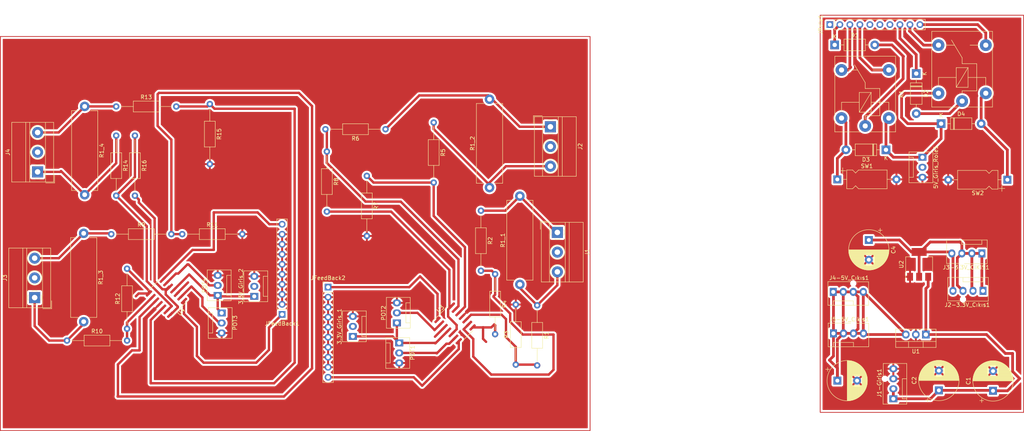
<source format=kicad_pcb>
(kicad_pcb (version 20221018) (generator pcbnew)
  (layers (0 "F.Cu" signal) (31 "B.Cu" signal) (34 "B.Paste" user) (35 "F.Paste" user) (36 "B.SilkS" user "B.Silkscreen") (37 "F.SilkS" user "F.Silkscreen") (38 "B.Mask" user) (39 "F.Mask" user) (44 "Edge.Cuts" user))
  (net 0 "")
  (net 1 "Net-(3.3V_Giris_1-Pin_1)")
  (net 3 "GND")
  (net 4 "Net-(3.3V_Giris_2-Pin_1)")
  (net 6 "Net-(5V_Giris_Role1-Pin_1)")
  (net 8 "Net-(J1-Giris1-Pin_1)")
  (net 9 "Net-(J4-5V_Cıkıs1-Pin_1)")
  (net 10 "Net-(J2-3.3V_Cıkıs1-Pin_1)")
  (net 11 "Net-(D1-A)")
  (net 12 "Net-(D2-K)")
  (net 13 "Net-(D2-A)")
  (net 14 "Net-(D3-A)")
  (net 15 "Net-(D4-A)")
  (net 16 "Net-(J1-Pin_1)")
  (net 18 "Net-(J1-Pin_3)")
  (net 19 "Net-(J2-Pin_1)")
  (net 21 "Net-(J2-Pin_3)")
  (net 22 "Net-(J3-Pin_1)")
  (net 24 "Net-(J3-Pin_3)")
  (net 25 "Net-(J4-Pin_1)")
  (net 27 "Net-(J4-Pin_3)")
  (net 28 "Net-(JFeedBack1-Pin_1)")
  (net 29 "Net-(JFeedBack1-Pin_10)")
  (net 30 "Net-(JFeedBack2-Pin_1)")
  (net 31 "Net-(JFeedBack2-Pin_10)")
  (net 35 "Net-(JRole1-Pin_3)")
  (net 36 "Net-(JRole1-Pin_10)")
  (net 37 "Net-(POT1-Pin_2)")
  (net 38 "Net-(POT2-Pin_2)")
  (net 39 "Net-(POT3-Pin_2)")
  (net 40 "Net-(POT4-Pin_2)")
  (net 41 "Net-(U3C-+)")
  (net 42 "Net-(U3C--)")
  (net 43 "Net-(U3A-+)")
  (net 44 "Net-(U3D-+)")
  (net 45 "Net-(U3D--)")
  (net 46 "Net-(U3B-+)")
  (net 47 "Net-(U4C-+)")
  (net 48 "Net-(U4C--)")
  (net 49 "Net-(U4A-+)")
  (net 50 "Net-(U4D-+)")
  (net 51 "Net-(U4D--)")
  (net 52 "Net-(U4B-+)")
  (net 53 "Net-(D1-K)")
  (net 54 "Net-(JRole1-Pin_9)")
  (net 56 "Net-(JRole1-Pin_4)")
  (footprint "Diode_THT:D_DO-41_SOD81_P10.16mm_Horizontal" (layer "F.Cu") (at 244.71 55.93 180)
    (fp_text reference "D3")
    (fp_text value "1N4007")
  )
  (footprint "TerminalBlock_MetzConnect:TerminalBlock_MetzConnect_Type011_RT05503HBWC_1x03_P5.00mm_Horizontal" (layer "F.Cu") (at 161.35 76.89 -90)
    (fp_text reference "J1")
    (fp_text value "Screw_Terminal_01x03")
  )
  (footprint "Resistor_THT:R_Axial_DIN0207_L6.3mm_D2.5mm_P15.24mm_Horizontal" (layer "F.Cu") (at 48.19 77.32)
    (fp_text reference "R9")
    (fp_text value "R")
  )
  (footprint "Resistor_THT:R_Axial_DIN0207_L6.3mm_D2.5mm_P15.24mm_Horizontal" (layer "F.Cu") (at 150.8 110.42 90)
    (fp_text reference "R3")
    (fp_text value "R")
  )
  (footprint "Resistor_THT:R_Axial_DIN0207_L6.3mm_D2.5mm_P15.24mm_Horizontal" (layer "F.Cu") (at 36.95 104.32)
    (fp_text reference "R10")
    (fp_text value "R")
  )
  (footprint "Connector:FanPinHeader_1x03_P2.54mm_Vertical" (layer "F.Cu") (at 121.23 104.92 -90)
    (fp_text reference "POT1")
    (fp_text value "Conn_01x03_Pin")
  )
  (footprint "Resistor_THT:R_Axial_DIN0207_L6.3mm_D2.5mm_P15.24mm_Horizontal" (layer "F.Cu") (at 49.44 52.32 -90)
    (fp_text reference "R14")
    (fp_text value "R")
  )
  (footprint "Capacitor_THT:CP_Radial_D10.0mm_P5.00mm" (layer "F.Cu") (at 232.38 114.49)
    (fp_text reference "C3" hide)
    (fp_text value "C_Polarized_US")
  )
  (footprint "Relay_THT:Relay_SPDT_Finder_36.11" (layer "F.Cu") (at 239.44 49.88 90)
    (fp_text reference "K1")
    (fp_text value "Relay_SPDT")
  )
  (footprint "Connector:FanPinHeader_1x04_P2.54mm_Vertical" (layer "F.Cu") (at 269.04 82.21 180)
    (fp_text reference "J3-3.3V_CIKIS1")
    (fp_text value "Conn_01x04_Pin")
  )
  (footprint "Connector:FanPinHeader_1x04_P2.54mm_Vertical" (layer "F.Cu") (at 231.34 91.97)
    (fp_text reference "J4-5V_Cıkıs1")
    (fp_text value "Conn_01x04_Pin")
  )
  (footprint "Resistor_THT:R_Axial_DIN0207_L6.3mm_D2.5mm_P15.24mm_Horizontal" (layer "F.Cu") (at 113.02 62.54 -90)
    (fp_text reference "R7")
    (fp_text value "R")
  )
  (footprint "Connector:FanPinHeader_1x03_P2.54mm_Vertical" (layer "F.Cu") (at 75.19 92.86 90)
    (fp_text reference "POT4")
    (fp_text value "Conn_01x03_Pin")
  )
  (footprint "Capacitor_THT:CP_Radial_D10.0mm_P5.00mm" (layer "F.Cu") (at 271.87 117.06 90)
    (fp_text reference "C1")
    (fp_text value "C_Polarized_US")
  )
  (footprint "Connector:FanPinHeader_1x04_P2.54mm_Vertical" (layer "F.Cu") (at 269.33 91.71 180)
    (fp_text reference "J2-3.3V_Cıkıs1")
    (fp_text value "Conn_01x04_Pin")
  )
  (footprint "Capacitor_THT:CP_Axial_L10.0mm_D4.5mm_P15.00mm_Horizontal" (layer "F.Cu") (at 275.5 63.53 180)
    (fp_text reference "SW2")
    (fp_text value "C_Polarized_US")
  )
  (footprint "Connector:FanPinHeader_1x03_P2.54mm_Vertical" (layer "F.Cu") (at 120.64 99.83 90)
    (fp_text reference "POT2")
    (fp_text value "Conn_01x03_Pin")
  )
  (footprint "Resistor_THT:R_Axial_DIN0207_L6.3mm_D2.5mm_P15.24mm_Horizontal" (layer "F.Cu") (at 49.44 44.94)
    (fp_text reference "R13")
    (fp_text value "R")
  )
  (footprint "Resistor_THT:R_Axial_DIN0207_L6.3mm_D2.5mm_P15.24mm_Horizontal" (layer "F.Cu") (at 66.19 77.32)
    (fp_text reference "R11")
    (fp_text value "R")
  )
  (footprint "Resistor_THT:R_Axial_DIN0207_L6.3mm_D2.5mm_P15.24mm_Horizontal" (layer "F.Cu") (at 73.19 44.32 -90)
    (fp_text reference "R15")
    (fp_text value "R")
  )
  (footprint "Resistor_THT:R_Axial_DIN0207_L6.3mm_D2.5mm_P15.24mm_Horizontal" (layer "F.Cu") (at 117.76 50.7 180)
    (fp_text reference "R6")
    (fp_text value "R")
  )
  (footprint "Resistor_THT:R_Axial_DIN0207_L6.3mm_D2.5mm_P15.24mm_Horizontal" (layer "F.Cu") (at 52.19 101.32 90)
    (fp_text reference "R12")
    (fp_text value "R")
  )
  (footprint "Resistor_THT:R_Axial_DIN0207_L6.3mm_D2.5mm_P15.24mm_Horizontal" (layer "F.Cu") (at 141.96 71.37 -90)
    (fp_text reference "R2")
    (fp_text value "R")
  )
  (footprint "Capacitor_THT:CP_Radial_D10.0mm_P5.00mm" (layer "F.Cu") (at 240.36 78.81 -90)
    (fp_text reference "C4")
    (fp_text value "C_Polarized_US")
  )
  (footprint "Connector:FanPinHeader_1x03_P2.54mm_Vertical" (layer "F.Cu") (at 109.47 103.26 90)
    (fp_text reference "3.3V_Giris_1")
    (fp_text value "Conn_01x03_Pin")
  )
  (footprint "Diode_THT:D_DO-41_SOD81_P10.16mm_Horizontal" (layer "F.Cu") (at 258.7 49.3)
    (fp_text reference "D4")
    (fp_text value "1N4007")
  )
  (footprint "Resistor_THT:R_Axial_Power_L20.0mm_W6.4mm_P22.40mm" (layer "F.Cu") (at 41.44 44.92 -90)
    (fp_text reference "R1_4")
    (fp_text value "R")
  )
  (footprint "Resistor_THT:R_Axial_DIN0207_L6.3mm_D2.5mm_P15.24mm_Horizontal" (layer "F.Cu") (at 145.56 87.46 -90)
    (fp_text reference "R4")
    (fp_text value "R")
  )
  (footprint "Connector_PinHeader_2.54mm:PinHeader_1x10_P2.54mm_Vertical" (layer "F.Cu") (at 230.47 24.17 90)
    (fp_text reference "JRole1")
    (fp_text value "Conn_01x10_Pin")
  )
  (footprint "Diode_THT:D_DO-41_SOD81_P10.16mm_Horizontal" (layer "F.Cu") (at 252.39 36.59 -90)
    (fp_text reference "D2")
    (fp_text value "1N4007")
  )
  (footprint "Package_SO:SOIC-14_3.9x8.7mm_P1.27mm" (layer "F.Cu") (at 62.19 93.32 -135)
    (fp_text reference "U4")
    (fp_text value "LM324")
  )
  (footprint "Resistor_THT:R_Axial_DIN0207_L6.3mm_D2.5mm_P15.24mm_Horizontal" (layer "F.Cu") (at 129.98 49 -90)
    (fp_text reference "R5")
    (fp_text value "R")
  )
  (footprint "Connector:FanPinHeader_1x04_P2.54mm_Vertical" (layer "F.Cu") (at 246.58 119.09 90)
    (fp_text reference "J1-Giris1")
    (fp_text value "Conn_01x04_Pin")
  )
  (footprint "Resistor_THT:R_Axial_DIN0207_L6.3mm_D2.5mm_P15.24mm_Horizontal" (layer "F.Cu") (at 102.88 56.37 -90)
    (fp_text reference "R8")
    (fp_text value "R")
  )
  (footprint "Connector:FanPinHeader_1x03_P2.54mm_Vertical" (layer "F.Cu") (at 84.465 93.1 90)
    (fp_text reference "3.3V_Giris_2")
    (fp_text value "Conn_01x03_Pin")
  )
  (footprint "Resistor_THT:R_Axial_Power_L20.0mm_W6.4mm_P22.40mm" (layer "F.Cu") (at 41.19 77.12 -90)
    (fp_text reference "R1_3")
    (fp_text value "R")
  )
  (footprint "Connector:FanPinHeader_1x03_P2.54mm_Vertical" (layer "F.Cu") (at 253.96 57.82 -90)
    (fp_text reference "5V_Giris_Role1")
    (fp_text value "Conn_01x03_Pin")
  )
  (footprint "TerminalBlock_MetzConnect:TerminalBlock_MetzConnect_Type011_RT05503HBWC_1x03_P5.00mm_Horizontal" (layer "F.Cu") (at 159.59 50.09 -90)
    (fp_text reference "J2")
    (fp_text value "Screw_Terminal_01x03")
  )
  (footprint "Connector:FanPinHeader_1x04_P2.54mm_Vertical" (layer "F.Cu") (at 231.39 102.5)
    (fp_text reference "J5-5V_Cıkıs1")
    (fp_text value "Conn_01x04_Pin")
  )
  (footprint "Package_SO:SOIC-14_3.9x8.7mm_P1.27mm" (layer "F.Cu") (at 135.395 100.04 45)
    (fp_text reference "U3")
    (fp_text value "LM324")
  )
  (footprint "Capacitor_THT:CP_Axial_L10.0mm_D4.5mm_P15.00mm_Horizontal" (layer "F.Cu") (at 232.37 63.43)
    (fp_text reference "SW1")
    (fp_text value "C_Polarized_US")
  )
  (footprint "Diode_THT:D_DO-41_SOD81_P10.16mm_Horizontal" (layer "F.Cu") (at 231.7 29.32)
    (fp_text reference "D1")
    (fp_text value "1N4007")
  )
  (footprint "Package_TO_SOT_SMD:SOT-223-3_TabPin2" (layer "F.Cu") (at 253.12 84.99 90)
    (fp_text reference "U2")
    (fp_text value "AMS1117-3.3")
  )
  (footprint "Resistor_THT:R_Axial_Power_L20.0mm_W6.4mm_P22.40mm" (layer "F.Cu") (at 151.84 90.07 90)
    (fp_text reference "R1_1")
    (fp_text value "R")
  )
  (footprint "Connector_PinHeader_2.54mm:PinHeader_1x10_P2.54mm_Vertical" (layer "F.Cu") (at 91.53 97.67 180)
    (fp_text reference "JFeedBack1")
    (fp_text value "Conn_01x10_Pin")
  )
  (footprint "Connector_PinHeader_2.54mm:PinHeader_1x10_P2.54mm_Vertical" (layer "F.Cu") (at 103.19 90.77)
    (fp_text reference "JFeedBack2")
    (fp_text value "Conn_01x10_Pin")
  )
  (footprint "Resistor_THT:R_Axial_Power_L20.0mm_W6.4mm_P22.40mm" (layer "F.Cu") (at 144.14 65.5 90)
    (fp_text reference "R1_2")
    (fp_text value "R")
  )
  (footprint "Resistor_THT:R_Axial_DIN0207_L6.3mm_D2.5mm_P15.24mm_Horizontal" (layer "F.Cu") (at 54.19 52.32 -90)
    (fp_text reference "R16")
    (fp_text value "R")
  )
  (footprint "TerminalBlock_MetzConnect:TerminalBlock_MetzConnect_Type011_RT05503HBWC_1x03_P5.00mm_Horizontal" (layer "F.Cu") (at 28.75 93.42 90)
    (fp_text reference "J3")
    (fp_text value "Screw_Terminal_01x03")
  )
  (footprint "Package_TO_SOT_THT:TO-220-3_Vertical" (layer "F.Cu") (at 254.83 102.79 180)
    (fp_text reference "U1")
    (fp_text value "LM7805_TO220")
  )
  (footprint "Relay_THT:Relay_SPDT_Finder_36.11" (layer "F.Cu") (at 264.03 43.58 90)
    (fp_text reference "K2" hide)
    (fp_text value "Relay_SPDT")
  )
  (footprint "TerminalBlock_MetzConnect:TerminalBlock_MetzConnect_Type011_RT05503HBWC_1x03_P5.00mm_Horizontal" (layer "F.Cu") (at 29.5 61.53 90)
    (fp_text reference "J4")
    (fp_text value "Screw_Terminal_01x03")
  )
  (footprint "Capacitor_THT:CP_Radial_D10.0mm_P5.00mm" (layer "F.Cu") (at 258.13 116.95 90)
    (fp_text reference "C2")
    (fp_text value "C_Polarized_US")
  )
  (footprint "Resistor_THT:R_Axial_DIN0207_L6.3mm_D2.5mm_P15.24mm_Horizontal" (layer "F.Cu") (at 156.23 95.38 -90)
    (fp_text reference "R1")
    (fp_text value "R")
  )
  (footprint "Connector:FanPinHeader_1x03_P2.54mm_Vertical" (layer "F.Cu") (at 76.19 97.32 -90)
    (fp_text reference "POT3")
    (fp_text value "Conn_01x03_Pin")
  )
  (gr_rect (start 228.03 21.79) (end 279.64 122.53) (stroke (width 0.2)) (fill none) (layer "F.Cu"))
  (gr_rect (start 20.06 27.19) (end 169.66 127.17) (stroke (width 0.2)) (fill none) (layer "F.Cu"))
  (segment (start 119.57 103.26) (end 121.23 104.92) (width 0.6) (layer "F.Cu") (net 1))
  (segment (start 120.64 99.83) (end 120.64 104.33) (width 0.6) (layer "F.Cu") (net 1))
  (segment (start 130.295 104.92) (end 121.23 104.92) (width 0.6) (layer "F.Cu") (net 1))
  (segment (start 120.64 104.33) (end 121.23 104.92) (width 0.6) (layer "F.Cu") (net 1))
  (segment (start 109.47 103.26) (end 119.57 103.26) (width 0.6) (layer "F.Cu") (net 1))
  (segment (start 130.405 105.03) (end 130.295 104.92) (width 0.6) (layer "F.Cu") (net 1))
  (segment (start 133.644911 101.790089) (end 130.405 105.03) (width 0.6) (layer "F.Cu") (net 1))
  (segment (start 73.25 92.86) (end 75.19 92.86) (width 0.6) (layer "F.Cu") (net 4))
  (segment (start 75.19 92.86) (end 75.19 96.32) (width 0.6) (layer "F.Cu") (net 4))
  (segment (start 67.95 87.56) (end 73.25 92.86) (width 0.6) (layer "F.Cu") (net 4))
  (segment (start 75.43 93.1) (end 75.19 92.86) (width 0.6) (layer "F.Cu") (net 4))
  (segment (start 84.465 93.1) (end 75.43 93.1) (width 0.6) (layer "F.Cu") (net 4))
  (segment (start 75.19 96.32) (end 76.19 97.32) (width 0.6) (layer "F.Cu") (net 4))
  (segment (start 63.940089 91.569911) (end 67.95 87.56) (width 0.6) (layer "F.Cu") (net 4))
  (segment (start 244.71 48.61) (end 245.44 47.88) (width 0.7) (layer "F.Cu") (net 6))
  (segment (start 258.7 49.3) (end 250.25 49.3) (width 0.7) (layer "F.Cu") (net 6))
  (segment (start 246.6 57.82) (end 244.71 55.93) (width 0.7) (layer "F.Cu") (net 6))
  (segment (start 249.57 41.58) (end 258.03 41.58) (width 0.7) (layer "F.Cu") (net 6))
  (segment (start 253.96 57.82) (end 246.6 57.82) (width 0.7) (layer "F.Cu") (net 6))
  (segment (start 250.25 49.3) (end 248.68 47.73) (width 0.7) (layer "F.Cu") (net 6))
  (segment (start 258.7 53.08) (end 253.96 57.82) (width 0.7) (layer "F.Cu") (net 6))
  (segment (start 248.68 42.47) (end 249.57 41.58) (width 0.7) (layer "F.Cu") (net 6))
  (segment (start 258.7 49.3) (end 258.7 53.08) (width 0.7) (layer "F.Cu") (net 6))
  (segment (start 248.68 47.73) (end 248.68 42.47) (width 0.7) (layer "F.Cu") (net 6))
  (segment (start 244.71 55.93) (end 244.71 48.61) (width 0.7) (layer "F.Cu") (net 6))
  (segment (start 275.01 107.59) (end 270.21 102.79) (width 0.7) (layer "F.Cu") (net 8))
  (segment (start 255.99 119.09) (end 258.13 116.95) (width 0.7) (layer "F.Cu") (net 8))
  (segment (start 254.83 91.15) (end 255.42 90.56) (width 0.7) (layer "F.Cu") (net 8))
  (segment (start 271.76 116.95) (end 271.87 117.06) (width 0.7) (layer "F.Cu") (net 8))
  (segment (start 254.83 102.79) (end 254.83 91.15) (width 0.7) (layer "F.Cu") (net 8))
  (segment (start 278.64 113.96) (end 276.83 112.15) (width 0.7) (layer "F.Cu") (net 8))
  (segment (start 270.21 102.79) (end 254.83 102.79) (width 0.7) (layer "F.Cu") (net 8))
  (segment (start 246.58 119.09) (end 255.99 119.09) (width 0.7) (layer "F.Cu") (net 8))
  (segment (start 255.42 90.56) (end 255.42 88.14) (width 0.7) (layer "F.Cu") (net 8))
  (segment (start 275.54 117.06) (end 278.64 113.96) (width 0.7) (layer "F.Cu") (net 8))
  (segment (start 246.58 116.55) (end 246.58 119.09) (width 0.7) (layer "F.Cu") (net 8))
  (segment (start 258.13 116.95) (end 271.76 116.95) (width 0.7) (layer "F.Cu") (net 8))
  (segment (start 276.83 112.15) (end 276.83 107.59) (width 0.7) (layer "F.Cu") (net 8))
  (segment (start 271.87 117.06) (end 275.54 117.06) (width 0.7) (layer "F.Cu") (net 8))
  (segment (start 276.83 107.59) (end 275.01 107.59) (width 0.7) (layer "F.Cu") (net 8))
  (segment (start 238.96 102.45) (end 239.01 102.5) (width 0.7) (layer "F.Cu") (net 9))
  (segment (start 249.75 102.79) (end 249.75 102.76) (width 0.7) (layer "F.Cu") (net 9))
  (segment (start 232.38 114.49) (end 232.38 104.05) (width 0.7) (layer "F.Cu") (net 9))
  (segment (start 233.88 91.97) (end 233.88 101.59) (width 0.7) (layer "F.Cu") (net 9))
  (segment (start 231.39 102.5) (end 233.93 102.5) (width 0.7) (layer "F.Cu") (net 9))
  (segment (start 233.88 91.97) (end 231.34 91.97) (width 0.7) (layer "F.Cu") (net 9))
  (segment (start 236.42 91.97) (end 237.62 93.17) (width 0.7) (layer "F.Cu") (net 9))
  (segment (start 238.96 91.97) (end 236.42 91.97) (width 0.7) (layer "F.Cu") (net 9))
  (segment (start 231.39 102.5) (end 231.39 92.02) (width 0.7) (layer "F.Cu") (net 9))
  (segment (start 249.75 102.79) (end 239.3 102.79) (width 0.7) (layer "F.Cu") (net 9))
  (segment (start 234.79 102.5) (end 236.47 102.5) (width 0.7) (layer "F.Cu") (net 9))
  (segment (start 238.96 91.97) (end 238.96 102.45) (width 0.7) (layer "F.Cu") (net 9))
  (segment (start 231.39 92.02) (end 231.34 91.97) (width 0.7) (layer "F.Cu") (net 9))
  (segment (start 232.38 111.29) (end 230.37 109.28) (width 0.7) (layer "F.Cu") (net 9))
  (segment (start 239.3 102.79) (end 239.01 102.5) (width 0.7) (layer "F.Cu") (net 9))
  (segment (start 232.38 114.49) (end 232.38 111.29) (width 0.7) (layer "F.Cu") (net 9))
  (segment (start 237.62 101.35) (end 236.47 102.5) (width 0.7) (layer "F.Cu") (net 9))
  (segment (start 232.38 104.05) (end 233.93 102.5) (width 0.7) (layer "F.Cu") (net 9))
  (segment (start 233.93 102.5) (end 234.79 102.5) (width 0.7) (layer "F.Cu") (net 9))
  (segment (start 236.47 102.5) (end 239.01 102.5) (width 0.7) (layer "F.Cu") (net 9))
  (segment (start 231.39 108.26) (end 231.39 102.5) (width 0.7) (layer "F.Cu") (net 9))
  (segment (start 230.37 109.28) (end 231.39 108.26) (width 0.7) (layer "F.Cu") (net 9))
  (segment (start 237.62 93.17) (end 237.62 101.35) (width 0.7) (layer "F.Cu") (net 9))
  (segment (start 236.42 91.97) (end 233.88 91.97) (width 0.7) (layer "F.Cu") (net 9))
  (segment (start 233.88 101.59) (end 234.79 102.5) (width 0.7) (layer "F.Cu") (net 9))
  (segment (start 249.75 102.76) (end 238.96 91.97) (width 0.7) (layer "F.Cu") (net 9))
  (segment (start 253.12 81.84) (end 251.15 81.84) (width 0.7) (layer "F.Cu") (net 10))
  (segment (start 266.5 82.21) (end 269.04 82.21) (width 0.7) (layer "F.Cu") (net 10))
  (segment (start 262.81 83.36) (end 262.81 90.27) (width 0.7) (layer "F.Cu") (net 10))
  (segment (start 266.5 82.21) (end 266.5 91.42) (width 0.7) (layer "F.Cu") (net 10))
  (segment (start 262.81 90.27) (end 264.25 91.71) (width 0.7) (layer "F.Cu") (net 10))
  (segment (start 248.12 78.81) (end 240.36 78.81) (width 0.7) (layer "F.Cu") (net 10))
  (segment (start 263.44 79.32) (end 263.47 79.29) (width 0.7) (layer "F.Cu") (net 10))
  (segment (start 266.5 91.42) (end 266.79 91.71) (width 0.7) (layer "F.Cu") (net 10))
  (segment (start 263.96 82.21) (end 262.81 83.36) (width 0.7) (layer "F.Cu") (net 10))
  (segment (start 261.71 82.5) (end 261.42 82.21) (width 0.7) (layer "F.Cu") (net 10))
  (segment (start 253.12 81.84) (end 253.43 81.84) (width 0.7) (layer "F.Cu") (net 10))
  (segment (start 263.96 79.78) (end 263.96 82.21) (width 0.7) (layer "F.Cu") (net 10))
  (segment (start 261.71 91.71) (end 261.71 82.5) (width 0.7) (layer "F.Cu") (net 10))
  (segment (start 251.15 81.84) (end 248.12 78.81) (width 0.7) (layer "F.Cu") (net 10))
  (segment (start 255.95 79.32) (end 263.44 79.32) (width 0.7) (layer "F.Cu") (net 10))
  (segment (start 263.47 79.29) (end 263.96 79.78) (width 0.7) (layer "F.Cu") (net 10))
  (segment (start 269.04 91.42) (end 269.33 91.71) (width 0.7) (layer "F.Cu") (net 10))
  (segment (start 263.96 82.21) (end 266.5 82.21) (width 0.7) (layer "F.Cu") (net 10))
  (segment (start 253.43 81.84) (end 255.95 79.32) (width 0.7) (layer "F.Cu") (net 10))
  (segment (start 261.05 81.84) (end 261.42 82.21) (width 0.7) (layer "F.Cu") (net 10))
  (segment (start 253.12 88.14) (end 253.12 81.84) (width 0.7) (layer "F.Cu") (net 10))
  (segment (start 269.04 82.21) (end 269.04 91.42) (width 0.7) (layer "F.Cu") (net 10))
  (segment (start 253.12 81.84) (end 261.05 81.84) (width 0.7) (layer "F.Cu") (net 10))
  (segment (start 239.44 49.88) (end 239.44 47.52) (width 0.7) (layer "F.Cu") (net 11))
  (segment (start 249.07 32.32) (end 249.14 32.25) (width 0.7) (layer "F.Cu") (net 11))
  (segment (start 249.07 37.89) (end 249.07 32.32) (width 0.7) (layer "F.Cu") (net 11))
  (segment (start 249.14 32.25) (end 246.21 29.32) (width 0.7) (layer "F.Cu") (net 11))
  (segment (start 246.21 29.32) (end 241.86 29.32) (width 0.7) (layer "F.Cu") (net 11))
  (segment (start 239.44 47.52) (end 249.07 37.89) (width 0.7) (layer "F.Cu") (net 11))
  (segment (start 252.39 36.59) (end 252.39 31.79) (width 0.7) (layer "F.Cu") (net 12))
  (segment (start 252.39 31.79) (end 248.25 27.65) (width 0.7) (layer "F.Cu") (net 12))
  (segment (start 248.25 27.65) (end 248.25 24.17) (width 0.7) (layer "F.Cu") (net 12))
  (segment (start 260.86 46.75) (end 264.03 43.58) (width 0.7) (layer "F.Cu") (net 13))
  (segment (start 252.39 46.75) (end 260.86 46.75) (width 0.7) (layer "F.Cu") (net 13))
  (segment (start 232.37 63.43) (end 232.37 58.11) (width 0.7) (layer "F.Cu") (net 14))
  (segment (start 234.55 55.93) (end 234.55 48.99) (width 0.7) (layer "F.Cu") (net 14))
  (segment (start 234.55 48.99) (end 233.44 47.88) (width 0.7) (layer "F.Cu") (net 14))
  (segment (start 232.37 58.11) (end 234.55 55.93) (width 0.7) (layer "F.Cu") (net 14))
  (segment (start 268.86 42.75) (end 270.03 41.58) (width 0.7) (layer "F.Cu") (net 15))
  (segment (start 268.86 49.3) (end 268.86 42.75) (width 0.7) (layer "F.Cu") (net 15))
  (segment (start 275.5 63.53) (end 275.5 55.94) (width 0.7) (layer "F.Cu") (net 15))
  (segment (start 275.5 55.94) (end 268.86 49.3) (width 0.7) (layer "F.Cu") (net 15))
  (segment (start 151.84 67.67) (end 161.06 76.89) (width 0.6) (layer "F.Cu") (net 16))
  (segment (start 141.96 71.37) (end 148.14 71.37) (width 0.6) (layer "F.Cu") (net 16))
  (segment (start 161.06 76.89) (end 161.35 76.89) (width 0.6) (layer "F.Cu") (net 16))
  (segment (start 148.14 71.37) (end 151.84 67.67) (width 0.6) (layer "F.Cu") (net 16))
  (segment (start 156.23 95.38) (end 151.84 90.99) (width 0.6) (layer "F.Cu") (net 18))
  (segment (start 151.84 90.99) (end 151.84 90.07) (width 0.6) (layer "F.Cu") (net 18))
  (segment (start 161.35 86.89) (end 161.35 90.26) (width 0.6) (layer "F.Cu") (net 18))
  (segment (start 161.35 90.26) (end 156.23 95.38) (width 0.6) (layer "F.Cu") (net 18))
  (segment (start 144.14 43.1) (end 144.14 42.43) (width 0.6) (layer "F.Cu") (net 19))
  (segment (start 159.59 50.09) (end 151.8 50.09) (width 0.6) (layer "F.Cu") (net 19))
  (segment (start 126.32 42.14) (end 143.85 42.14) (width 0.6) (layer "F.Cu") (net 19))
  (segment (start 117.76 50.7) (end 126.32 42.14) (width 0.6) (layer "F.Cu") (net 19))
  (segment (start 144.14 42.43) (end 143.85 42.14) (width 0.6) (layer "F.Cu") (net 19))
  (segment (start 151.8 50.09) (end 143.85 42.14) (width 0.6) (layer "F.Cu") (net 19))
  (segment (start 144.14 65.5) (end 144.14 64.25) (width 0.6) (layer "F.Cu") (net 21))
  (segment (start 159.59 60.09) (end 148.3 60.09) (width 0.6) (layer "F.Cu") (net 21))
  (segment (start 144.14 64.25) (end 144.14 64.83) (width 0.6) (layer "F.Cu") (net 21))
  (segment (start 148.3 60.09) (end 144.14 64.25) (width 0.6) (layer "F.Cu") (net 21))
  (segment (start 129.98 50.67) (end 129.98 49) (width 0.6) (layer "F.Cu") (net 21))
  (segment (start 144.14 64.83) (end 129.98 50.67) (width 0.6) (layer "F.Cu") (net 21))
  (segment (start 28.75 100.63) (end 28.75 93.42) (width 0.6) (layer "F.Cu") (net 22))
  (segment (start 36.95 104.32) (end 41.19 100.08) (width 0.6) (layer "F.Cu") (net 22))
  (segment (start 32.44 104.32) (end 28.75 100.63) (width 0.6) (layer "F.Cu") (net 22))
  (segment (start 41.19 100.08) (end 41.19 99.52) (width 0.6) (layer "F.Cu") (net 22))
  (segment (start 36.95 104.32) (end 32.44 104.32) (width 0.6) (layer "F.Cu") (net 22))
  (segment (start 47.99 77.12) (end 48.19 77.32) (width 0.6) (layer "F.Cu") (net 24))
  (segment (start 34.89 83.42) (end 28.75 83.42) (width 0.6) (layer "F.Cu") (net 24))
  (segment (start 41.19 77.12) (end 34.89 83.42) (width 0.6) (layer "F.Cu") (net 24))
  (segment (start 41.19 77.12) (end 47.99 77.12) (width 0.6) (layer "F.Cu") (net 24))
  (segment (start 49.44 59.32) (end 49.44 52.32) (width 0.6) (layer "F.Cu") (net 25))
  (segment (start 35.44 61.32) (end 35.23 61.53) (width 0.6) (layer "F.Cu") (net 25))
  (segment (start 35.23 61.53) (end 29.5 61.53) (width 0.6) (layer "F.Cu") (net 25))
  (segment (start 35.44 61.32) (end 41.44 67.32) (width 0.6) (layer "F.Cu") (net 25))
  (segment (start 41.44 67.32) (end 49.44 59.32) (width 0.6) (layer "F.Cu") (net 25))
  (segment (start 29.5 51.53) (end 34.83 51.53) (width 0.6) (layer "F.Cu") (net 27))
  (segment (start 41.44 44.92) (end 49.42 44.92) (width 0.6) (layer "F.Cu") (net 27))
  (segment (start 29.29 51.32) (end 29.5 51.53) (width 0.6) (layer "F.Cu") (net 27))
  (segment (start 49.42 44.92) (end 49.44 44.94) (width 0.6) (layer "F.Cu") (net 27))
  (segment (start 34.83 51.53) (end 41.44 44.92) (width 0.6) (layer "F.Cu") (net 27))
  (segment (start 66.634166 97.544166) (end 69.91 100.82) (width 0.6) (layer "F.Cu") (net 28))
  (segment (start 84.96 109.93) (end 88.19 106.7) (width 0.6) (layer "F.Cu") (net 28))
  (segment (start 69.91 100.82) (end 69.91 108.22) (width 0.6) (layer "F.Cu") (net 28))
  (segment (start 88.19 106.7) (end 88.19 101.01) (width 0.6) (layer "F.Cu") (net 28))
  (segment (start 88.19 101.01) (end 91.53 97.67) (width 0.6) (layer "F.Cu") (net 28))
  (segment (start 66.634166 94.263988) (end 66.634166 97.544166) (width 0.6) (layer "F.Cu") (net 28))
  (segment (start 69.91 108.22) (end 71.62 109.93) (width 0.6) (layer "F.Cu") (net 28))
  (segment (start 71.62 109.93) (end 84.96 109.93) (width 0.6) (layer "F.Cu") (net 28))
  (segment (start 68.801846 81.32) (end 74.19 81.32) (width 0.6) (layer "F.Cu") (net 29))
  (segment (start 85.3 71.81) (end 88.3 74.81) (width 0.6) (layer "F.Cu") (net 29))
  (segment (start 74.19 71.81) (end 85.3 71.81) (width 0.6) (layer "F.Cu") (net 29))
  (segment (start 74.19 81.32) (end 74.19 71.81) (width 0.6) (layer "F.Cu") (net 29))
  (segment (start 88.3 74.81) (end 91.53 74.81) (width 0.6) (layer "F.Cu") (net 29))
  (segment (start 61.246012 88.875834) (end 68.801846 81.32) (width 0.6) (layer "F.Cu") (net 29))
  (segment (start 130.950834 92.470834) (end 126.52 88.04) (width 0.6) (layer "F.Cu") (net 30))
  (segment (start 126.52 88.04) (end 123.79 90.77) (width 0.6) (layer "F.Cu") (net 30))
  (segment (start 130.950834 99.096012) (end 130.950834 92.470834) (width 0.6) (layer "F.Cu") (net 30))
  (segment (start 123.79 90.77) (end 103.19 90.77) (width 0.6) (layer "F.Cu") (net 30))
  (segment (start 127.05 115.77) (end 124.91 113.63) (width 0.6) (layer "F.Cu") (net 31))
  (segment (start 136.338988 106.481012) (end 127.05 115.77) (width 0.6) (layer "F.Cu") (net 31))
  (segment (start 136.338988 104.484166) (end 136.338988 106.481012) (width 0.6) (layer "F.Cu") (net 31))
  (segment (start 124.91 113.63) (end 103.19 113.63) (width 0.6) (layer "F.Cu") (net 31))
  (segment (start 235.77 34.99) (end 235.55 34.77) (width 0.7) (layer "F.Cu") (net 35))
  (segment (start 235.55 34.77) (end 235.55 24.17) (width 0.7) (layer "F.Cu") (net 35))
  (segment (start 233.44 35.68) (end 235.08 35.68) (width 0.7) (layer "F.Cu") (net 35))
  (segment (start 235.08 35.68) (end 235.77 34.99) (width 0.7) (layer "F.Cu") (net 35))
  (segment (start 267.97 24.17) (end 270.03 26.23) (width 0.7) (layer "F.Cu") (net 36))
  (segment (start 270.03 26.23) (end 270.03 29.38) (width 0.7) (layer "F.Cu") (net 36))
  (segment (start 253.33 24.17) (end 267.97 24.17) (width 0.7) (layer "F.Cu") (net 36))
  (segment (start 133.21 105.12) (end 133.907103 105.12) (width 0.6) (layer "F.Cu") (net 37))
  (segment (start 130.65 107.46) (end 121.23 107.46) (width 0.6) (layer "F.Cu") (net 37))
  (segment (start 130.76 107.57) (end 133.21 105.12) (width 0.6) (layer "F.Cu") (net 37))
  (segment (start 130.76 107.57) (end 130.65 107.46) (width 0.6) (layer "F.Cu") (net 37))
  (segment (start 133.907103 105.12) (end 135.440962 103.586141) (width 0.6) (layer "F.Cu") (net 37))
  (segment (start 130.182897 101.66) (end 130.182897 101.612897) (width 0.6) (layer "F.Cu") (net 38))
  (segment (start 125.86 97.29) (end 120.64 97.29) (width 0.6) (layer "F.Cu") (net 38))
  (segment (start 130.182897 101.612897) (end 125.86 97.29) (width 0.6) (layer "F.Cu") (net 38))
  (segment (start 131.848859 99.994038) (end 130.182897 101.66) (width 0.6) (layer "F.Cu") (net 38))
  (segment (start 68.51 90.6) (end 71.31 93.4) (width 0.6) (layer "F.Cu") (net 39))
  (segment (start 75.6 99.86) (end 76.19 99.86) (width 0.6) (layer "F.Cu") (net 39))
  (segment (start 65.736141 93.365962) (end 65.744038 93.365962) (width 0.6) (layer "F.Cu") (net 39))
  (segment (start 65.744038 93.365962) (end 68.51 90.6) (width 0.6) (layer "F.Cu") (net 39))
  (segment (start 71.31 95.57) (end 75.6 99.86) (width 0.6) (layer "F.Cu") (net 39))
  (segment (start 71.31 93.4) (end 71.31 95.57) (width 0.6) (layer "F.Cu") (net 39))
  (segment (start 62.144038 89.773859) (end 64.597897 87.32) (width 0.6) (layer "F.Cu") (net 40))
  (segment (start 73.08 90.32) (end 75.19 90.32) (width 0.6) (layer "F.Cu") (net 40))
  (segment (start 64.597897 87.32) (end 65.19 87.32) (width 0.6) (layer "F.Cu") (net 40))
  (segment (start 65.19 87.32) (end 67.5 85.01) (width 0.6) (layer "F.Cu") (net 40))
  (segment (start 67.5 85.01) (end 67.77 85.01) (width 0.6) (layer "F.Cu") (net 40))
  (segment (start 67.77 85.01) (end 73.08 90.32) (width 0.6) (layer "F.Cu") (net 40))
  (segment (start 148.32 98.88) (end 148.32 103.44) (width 0.6) (layer "F.Cu") (net 41))
  (segment (start 139.461051 97.77) (end 147.21 97.77) (width 0.6) (layer "F.Cu") (net 41))
  (segment (start 147.21 97.77) (end 148.32 98.88) (width 0.6) (layer "F.Cu") (net 41))
  (segment (start 150.8 105.92) (end 150.8 110.42) (width 0.6) (layer "F.Cu") (net 41))
  (segment (start 150.8 110.42) (end 156.03 110.42) (width 0.6) (layer "F.Cu") (net 41))
  (segment (start 156.03 110.42) (end 156.23 110.62) (width 0.6) (layer "F.Cu") (net 41))
  (segment (start 148.32 103.44) (end 150.8 105.92) (width 0.6) (layer "F.Cu") (net 41))
  (segment (start 138.043115 99.187936) (end 139.461051 97.77) (width 0.6) (layer "F.Cu") (net 41))
  (segment (start 138.499737 100.540263) (end 137.57 101.47) (width 0.6) (layer "F.Cu") (net 42))
  (segment (start 159.16 112.95) (end 160.37 111.74) (width 0.6) (layer "F.Cu") (net 42))
  (segment (start 140.02 108.38) (end 144.59 112.95) (width 0.6) (layer "F.Cu") (net 42))
  (segment (start 152.58 102.79) (end 149.38 99.59) (width 0.6) (layer "F.Cu") (net 42))
  (segment (start 145.17 93.06) (end 145.56 92.67) (width 0.6) (layer "F.Cu") (net 42))
  (segment (start 138.941141 100.085962) (end 138.499737 100.527366) (width 0.6) (layer "F.Cu") (net 42))
  (segment (start 144.71 86.61) (end 145.56 87.46) (width 0.6) (layer "F.Cu") (net 42))
  (segment (start 160.37 111.74) (end 160.37 102.79) (width 0.6) (layer "F.Cu") (net 42))
  (segment (start 145.56 92.67) (end 145.56 87.46) (width 0.6) (layer "F.Cu") (net 42))
  (segment (start 140.02 103.92) (end 140.02 108.38) (width 0.6) (layer "F.Cu") (net 42))
  (segment (start 160.37 102.79) (end 152.58 102.79) (width 0.6) (layer "F.Cu") (net 42))
  (segment (start 149.38 99.59) (end 149.38 97.47) (width 0.6) (layer "F.Cu") (net 42))
  (segment (start 141.96 86.61) (end 144.71 86.61) (width 0.6) (layer "F.Cu") (net 42))
  (segment (start 137.57 101.47) (end 140.02 103.92) (width 0.6) (layer "F.Cu") (net 42))
  (segment (start 145.17 93.26) (end 145.17 93.06) (width 0.6) (layer "F.Cu") (net 42))
  (segment (start 144.59 112.95) (end 159.16 112.95) (width 0.6) (layer "F.Cu") (net 42))
  (segment (start 138.499737 100.527366) (end 138.499737 100.540263) (width 0.6) (layer "F.Cu") (net 42))
  (segment (start 149.38 97.47) (end 145.17 93.26) (width 0.6) (layer "F.Cu") (net 42))
  (segment (start 144.596012 100.983988) (end 145.35 100.23) (width 0.6) (layer "F.Cu") (net 43))
  (segment (start 139.839166 100.983988) (end 142.5 100.983988) (width 0.6) (layer "F.Cu") (net 43))
  (segment (start 145.35 100.23) (end 145.56 100.44) (width 0.6) (layer "F.Cu") (net 43))
  (segment (start 145.56 100.44) (end 145.56 102.7) (width 0.6) (layer "F.Cu") (net 43))
  (segment (start 142.5 103.87) (end 143.27 104.64) (width 0.6) (layer "F.Cu") (net 43))
  (segment (start 132.746885 100.892064) (end 130.298949 103.34) (width 0.6) (layer "F.Cu") (net 43))
  (segment (start 142.5 100.983988) (end 142.5 103.87) (width 0.6) (layer "F.Cu") (net 43))
  (segment (start 142.5 100.983988) (end 144.596012 100.983988) (width 0.6) (layer "F.Cu") (net 43))
  (segment (start 129.98 64.24) (end 129.98 72.69) (width 0.6) (layer "F.Cu") (net 44))
  (segment (start 114.72 64.24) (end 113.02 62.54) (width 0.6) (layer "F.Cu") (net 44))
  (segment (start 129.98 64.24) (end 114.72 64.24) (width 0.6) (layer "F.Cu") (net 44))
  (segment (start 130.12 64.38) (end 129.98 64.24) (width 0.6) (layer "F.Cu") (net 44))
  (segment (start 137.91 95.728949) (end 136.247064 97.391885) (width 0.6) (layer "F.Cu") (net 44))
  (segment (start 137.91 80.62) (end 137.91 95.728949) (width 0.6) (layer "F.Cu") (net 44))
  (segment (start 129.98 72.69) (end 137.91 80.62) (width 0.6) (layer "F.Cu") (net 44))
  (segment (start 102.88 56.37) (end 102.88 51.06) (width 0.6) (layer "F.Cu") (net 45))
  (segment (start 112.69 69.07) (end 121.61 69.07) (width 0.6) (layer "F.Cu") (net 45))
  (segment (start 102.88 56.37) (end 102.88 59.26) (width 0.6) (layer "F.Cu") (net 45))
  (segment (start 136.26 95.582897) (end 135.349038 96.493859) (width 0.6) (layer "F.Cu") (net 45))
  (segment (start 102.88 59.26) (end 112.69 69.07) (width 0.6) (layer "F.Cu") (net 45))
  (segment (start 102.88 51.06) (end 102.52 50.7) (width 0.6) (layer "F.Cu") (net 45))
  (segment (start 121.61 69.07) (end 136.26 83.72) (width 0.6) (layer "F.Cu") (net 45))
  (segment (start 136.26 83.72) (end 136.26 95.582897) (width 0.6) (layer "F.Cu") (net 45))
  (segment (start 134.451012 95.568988) (end 134.451012 95.595834) (width 0.6) (layer "F.Cu") (net 46))
  (segment (start 133.96 86.39) (end 133.96 96.086846) (width 0.6) (layer "F.Cu") (net 46))
  (segment (start 135.8 101.431051) (end 134.542936 102.688115) (width 0.6) (layer "F.Cu") (net 46))
  (segment (start 135.8 100.39) (end 135.8 101.431051) (width 0.6) (layer "F.Cu") (net 46))
  (segment (start 102.88 71.61) (end 119.18 71.61) (width 0.6) (layer "F.Cu") (net 46))
  (segment (start 133.64 96.406846) (end 133.64 98.23) (width 0.6) (layer "F.Cu") (net 46))
  (segment (start 134.451012 95.595834) (end 133.64 96.406846) (width 0.6) (layer "F.Cu") (net 46))
  (segment (start 133.96 96.086846) (end 134.451012 95.595834) (width 0.6) (layer "F.Cu") (net 46))
  (segment (start 134.451012 95.568988) (end 135.1 94.92) (width 0.6) (layer "F.Cu") (net 46))
  (segment (start 119.18 71.61) (end 133.96 86.39) (width 0.6) (layer "F.Cu") (net 46))
  (segment (start 133.64 98.23) (end 135.8 100.39) (width 0.6) (layer "F.Cu") (net 46))
  (segment (start 55.37 106.82) (end 53.44 106.82) (width 0.6) (layer "F.Cu") (net 47))
  (segment (start 63.43 53.36) (end 63.43 77.32) (width 0.6) (layer "F.Cu") (net 47))
  (segment (start 99.12 44.83) (end 95.78 41.49) (width 0.6) (layer "F.Cu") (net 47))
  (segment (start 99.12 111.38) (end 99.12 44.83) (width 0.6) (layer "F.Cu") (net 47))
  (segment (start 53.44 106.82) (end 49.88 110.38) (width 0.6) (layer "F.Cu") (net 47))
  (segment (start 91.99 118.51) (end 99.12 111.38) (width 0.6) (layer "F.Cu") (net 47))
  (segment (start 49.88 118.44) (end 49.81 118.51) (width 0.6) (layer "F.Cu") (net 47))
  (segment (start 49.88 110.38) (end 49.88 118.44) (width 0.6) (layer "F.Cu") (net 47))
  (segment (start 59.95 41.82) (end 59.95 49.88) (width 0.6) (layer "F.Cu") (net 47))
  (segment (start 60.28 41.49) (end 59.95 41.82) (width 0.6) (layer "F.Cu") (net 47))
  (segment (start 95.78 41.49) (end 60.28 41.49) (width 0.6) (layer "F.Cu") (net 47))
  (segment (start 59.95 49.88) (end 63.43 53.36) (width 0.6) (layer "F.Cu") (net 47))
  (segment (start 59.541885 94.172064) (end 55.37 98.343949) (width 0.6) (layer "F.Cu") (net 47))
  (segment (start 49.81 118.51) (end 91.99 118.51) (width 0.6) (layer "F.Cu") (net 47))
  (segment (start 55.37 98.343949) (end 55.37 106.82) (width 0.6) (layer "F.Cu") (net 47))
  (segment (start 66.19 77.32) (end 63.43 77.32) (width 0.6) (layer "F.Cu") (net 47))
  (segment (start 52.19 101.32) (end 52.19 104.32) (width 0.6) (layer "F.Cu") (net 48))
  (segment (start 58.643859 93.274038) (end 52.19 99.727897) (width 0.6) (layer "F.Cu") (net 48))
  (segment (start 52.19 99.727897) (end 52.19 101.32) (width 0.6) (layer "F.Cu") (net 48))
  (segment (start 57.745834 92.376012) (end 57.745834 91.635834) (width 0.6) (layer "F.Cu") (net 49))
  (segment (start 64.838115 92.467936) (end 64.838115 92.401885) (width 0.6) (layer "F.Cu") (net 49))
  (segment (start 57.745834 92.376012) (end 55.133988 92.376012) (width 0.6) (layer "F.Cu") (net 49))
  (segment (start 64.838115 92.401885) (end 67.66 89.58) (width 0.6) (layer "F.Cu") (net 49))
  (segment (start 57.745834 91.635834) (end 52.19 86.08) (width 0.6) (layer "F.Cu") (net 49))
  (segment (start 55.133988 92.376012) (end 54.42 93.09) (width 0.6) (layer "F.Cu") (net 49))
  (segment (start 89.48 115.15) (end 94.71 109.92) (width 0.6) (layer "F.Cu") (net 50))
  (segment (start 94.71 109.92) (end 94.71 45.51) (width 0.6) (layer "F.Cu") (net 50))
  (segment (start 58.19 99.116051) (end 58.19 115.15) (width 0.6) (layer "F.Cu") (net 50))
  (segment (start 64.68 44.94) (end 72.57 44.94) (width 0.6) (layer "F.Cu") (net 50))
  (segment (start 94.71 45.51) (end 74.38 45.51) (width 0.6) (layer "F.Cu") (net 50))
  (segment (start 58.19 115.15) (end 89.48 115.15) (width 0.6) (layer "F.Cu") (net 50))
  (segment (start 61.337936 95.968115) (end 58.19 99.116051) (width 0.6) (layer "F.Cu") (net 50))
  (segment (start 72.57 44.94) (end 73.19 44.32) (width 0.6) (layer "F.Cu") (net 50))
  (segment (start 74.38 45.51) (end 73.19 44.32) (width 0.6) (layer "F.Cu") (net 50))
  (segment (start 57.19 75.31) (end 49.44 67.56) (width 0.6) (layer "F.Cu") (net 51))
  (segment (start 57.19 89.24) (end 57.19 75.31) (width 0.6) (layer "F.Cu") (net 51))
  (segment (start 63.526051 95.576051) (end 57.19 89.24) (width 0.6) (layer "F.Cu") (net 51))
  (segment (start 49.44 67.56) (end 54.19 62.81) (width 0.6) (layer "F.Cu") (net 51))
  (segment (start 54.19 62.81) (end 54.19 52.32) (width 0.6) (layer "F.Cu") (net 51))
  (segment (start 62.235962 96.866141) (end 63.526051 95.576051) (width 0.6) (layer "F.Cu") (net 51))
  (segment (start 55.19 69.32) (end 55.19 68.56) (width 0.6) (layer "F.Cu") (net 52))
  (segment (start 63.133988 97.764166) (end 63.225834 97.764166) (width 0.6) (layer "F.Cu") (net 52))
  (segment (start 63.225834 97.764166) (end 65.08 95.91) (width 0.6) (layer "F.Cu") (net 52))
  (segment (start 62.838115 90.671885) (end 62.19 91.32) (width 0.6) (layer "F.Cu") (net 52))
  (segment (start 61.19 91.32) (end 59.19 89.32) (width 0.6) (layer "F.Cu") (net 52))
  (segment (start 63.042064 90.671885) (end 62.838115 90.671885) (width 0.6) (layer "F.Cu") (net 52))
  (segment (start 55.19 68.56) (end 54.19 67.56) (width 0.6) (layer "F.Cu") (net 52))
  (segment (start 62.19 91.32) (end 61.19 91.32) (width 0.6) (layer "F.Cu") (net 52))
  (segment (start 62 91.713949) (end 63.042064 90.671885) (width 0.6) (layer "F.Cu") (net 52))
  (segment (start 59.19 73.32) (end 55.19 69.32) (width 0.6) (layer "F.Cu") (net 52))
  (segment (start 65.08 95.91) (end 65.08 95.71) (width 0.6) (layer "F.Cu") (net 52))
  (segment (start 59.19 89.32) (end 59.19 73.32) (width 0.6) (layer "F.Cu") (net 52))
  (segment (start 62 92.63) (end 62 91.713949) (width 0.6) (layer "F.Cu") (net 52))
  (segment (start 65.08 95.71) (end 62 92.63) (width 0.6) (layer "F.Cu") (net 52))
  (segment (start 231.7 25.48) (end 233.01 24.17) (width 0.7) (layer "F.Cu") (net 53))
  (segment (start 231.7 29.32) (end 231.7 25.48) (width 0.7) (layer "F.Cu") (net 53))
  (segment (start 254.26 29.38) (end 250.65 25.77) (width 0.7) (layer "F.Cu") (net 54))
  (segment (start 250.65 25.77) (end 250.79 25.63) (width 0.7) (layer "F.Cu") (net 54))
  (segment (start 258.03 29.38) (end 254.26 29.38) (width 0.7) (layer "F.Cu") (net 54))
  (segment (start 250.79 25.63) (end 250.79 24.17) (width 0.7) (layer "F.Cu") (net 54))
  (segment (start 245.44 35.68) (end 241.19 35.68) (width 0.7) (layer "F.Cu") (net 56))
  (segment (start 238.09 32.58) (end 238.09 24.17) (width 0.7) (layer "F.Cu") (net 56))
  (segment (start 241.19 35.68) (end 238.09 32.58) (width 0.7) (layer "F.Cu") (net 56))
  (zone (net 3) (net_name "GND") (layer "F.Cu") (priority 1) (connect_pads (clearance 0.5)) (min_thickness 0.25) (fill yes (thermal_gap 0.5) (thermal_bridge_width 0.5))
    (polygon (pts (xy 169.66 27.19) (xy 20.06 27.19) (xy 20.06 127.17) (xy 169.66 127.17)))
  )
  (zone (net 3) (net_name "GND") (layer "F.Cu") (connect_pads (clearance 0.5)) (min_thickness 0.25) (fill yes (thermal_gap 0.5) (thermal_bridge_width 0.5))
    (polygon (pts (xy 228.03 122.53) (xy 279.64 122.53) (xy 279.64 21.79) (xy 228.03 21.79)))
  )
)
</source>
